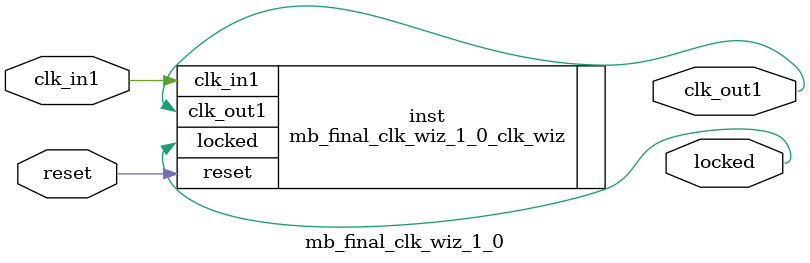
<source format=v>


`timescale 1ps/1ps

(* CORE_GENERATION_INFO = "mb_final_clk_wiz_1_0,clk_wiz_v6_0_11_0_0,{component_name=mb_final_clk_wiz_1_0,use_phase_alignment=true,use_min_o_jitter=false,use_max_i_jitter=false,use_dyn_phase_shift=false,use_inclk_switchover=false,use_dyn_reconfig=false,enable_axi=0,feedback_source=FDBK_AUTO,PRIMITIVE=MMCM,num_out_clk=1,clkin1_period=10.000,clkin2_period=10.000,use_power_down=false,use_reset=true,use_locked=true,use_inclk_stopped=false,feedback_type=SINGLE,CLOCK_MGR_TYPE=NA,manual_override=false}" *)

module mb_final_clk_wiz_1_0 
 (
  // Clock out ports
  output        clk_out1,
  // Status and control signals
  input         reset,
  output        locked,
 // Clock in ports
  input         clk_in1
 );

  mb_final_clk_wiz_1_0_clk_wiz inst
  (
  // Clock out ports  
  .clk_out1(clk_out1),
  // Status and control signals               
  .reset(reset), 
  .locked(locked),
 // Clock in ports
  .clk_in1(clk_in1)
  );

endmodule

</source>
